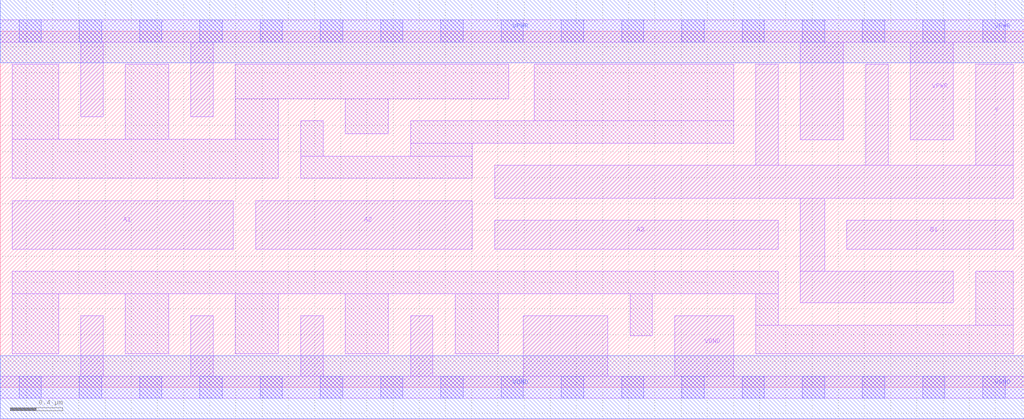
<source format=lef>
# Copyright 2020 The SkyWater PDK Authors
#
# Licensed under the Apache License, Version 2.0 (the "License");
# you may not use this file except in compliance with the License.
# You may obtain a copy of the License at
#
#     https://www.apache.org/licenses/LICENSE-2.0
#
# Unless required by applicable law or agreed to in writing, software
# distributed under the License is distributed on an "AS IS" BASIS,
# WITHOUT WARRANTIES OR CONDITIONS OF ANY KIND, either express or implied.
# See the License for the specific language governing permissions and
# limitations under the License.
#
# SPDX-License-Identifier: Apache-2.0

VERSION 5.7 ;
  NAMESCASESENSITIVE ON ;
  NOWIREEXTENSIONATPIN ON ;
  DIVIDERCHAR "/" ;
  BUSBITCHARS "[]" ;
UNITS
  DATABASE MICRONS 200 ;
END UNITS
MACRO sky130_fd_sc_hd__o31ai_4
  CLASS CORE ;
  SOURCE USER ;
  FOREIGN sky130_fd_sc_hd__o31ai_4 ;
  ORIGIN  0.000000  0.000000 ;
  SIZE  7.820000 BY  2.720000 ;
  SYMMETRY X Y R90 ;
  SITE unithd ;
  PIN A1
    ANTENNAGATEAREA  0.990000 ;
    DIRECTION INPUT ;
    USE SIGNAL ;
    PORT
      LAYER li1 ;
        RECT 0.090000 1.055000 1.780000 1.425000 ;
    END
  END A1
  PIN A2
    ANTENNAGATEAREA  0.990000 ;
    DIRECTION INPUT ;
    USE SIGNAL ;
    PORT
      LAYER li1 ;
        RECT 1.950000 1.055000 3.605000 1.425000 ;
    END
  END A2
  PIN A3
    ANTENNAGATEAREA  0.990000 ;
    DIRECTION INPUT ;
    USE SIGNAL ;
    PORT
      LAYER li1 ;
        RECT 3.775000 1.055000 5.940000 1.275000 ;
    END
  END A3
  PIN B1
    ANTENNAGATEAREA  0.990000 ;
    DIRECTION INPUT ;
    USE SIGNAL ;
    PORT
      LAYER li1 ;
        RECT 6.465000 1.055000 7.735000 1.275000 ;
    END
  END B1
  PIN Y
    ANTENNADIFFAREA  1.683800 ;
    DIRECTION OUTPUT ;
    USE SIGNAL ;
    PORT
      LAYER li1 ;
        RECT 3.775000 1.445000 7.735000 1.695000 ;
        RECT 5.770000 1.695000 5.940000 2.465000 ;
        RECT 6.110000 0.645000 7.280000 0.885000 ;
        RECT 6.110000 0.885000 6.295000 1.445000 ;
        RECT 6.610000 1.695000 6.780000 2.465000 ;
        RECT 7.450000 1.695000 7.735000 2.465000 ;
    END
  END Y
  PIN VGND
    DIRECTION INOUT ;
    SHAPE ABUTMENT ;
    USE GROUND ;
    PORT
      LAYER li1 ;
        RECT 0.000000 -0.085000 7.820000 0.085000 ;
        RECT 0.615000  0.085000 0.785000 0.545000 ;
        RECT 1.455000  0.085000 1.625000 0.545000 ;
        RECT 2.295000  0.085000 2.465000 0.545000 ;
        RECT 3.135000  0.085000 3.305000 0.545000 ;
        RECT 3.995000  0.085000 4.640000 0.545000 ;
        RECT 5.150000  0.085000 5.600000 0.545000 ;
      LAYER mcon ;
        RECT 0.145000 -0.085000 0.315000 0.085000 ;
        RECT 0.605000 -0.085000 0.775000 0.085000 ;
        RECT 1.065000 -0.085000 1.235000 0.085000 ;
        RECT 1.525000 -0.085000 1.695000 0.085000 ;
        RECT 1.985000 -0.085000 2.155000 0.085000 ;
        RECT 2.445000 -0.085000 2.615000 0.085000 ;
        RECT 2.905000 -0.085000 3.075000 0.085000 ;
        RECT 3.365000 -0.085000 3.535000 0.085000 ;
        RECT 3.825000 -0.085000 3.995000 0.085000 ;
        RECT 4.285000 -0.085000 4.455000 0.085000 ;
        RECT 4.745000 -0.085000 4.915000 0.085000 ;
        RECT 5.205000 -0.085000 5.375000 0.085000 ;
        RECT 5.665000 -0.085000 5.835000 0.085000 ;
        RECT 6.125000 -0.085000 6.295000 0.085000 ;
        RECT 6.585000 -0.085000 6.755000 0.085000 ;
        RECT 7.045000 -0.085000 7.215000 0.085000 ;
        RECT 7.505000 -0.085000 7.675000 0.085000 ;
      LAYER met1 ;
        RECT 0.000000 -0.240000 7.820000 0.240000 ;
    END
  END VGND
  PIN VPWR
    DIRECTION INOUT ;
    SHAPE ABUTMENT ;
    USE POWER ;
    PORT
      LAYER li1 ;
        RECT 0.000000 2.635000 7.820000 2.805000 ;
        RECT 0.615000 2.065000 0.785000 2.635000 ;
        RECT 1.455000 2.065000 1.625000 2.635000 ;
        RECT 6.110000 1.890000 6.440000 2.635000 ;
        RECT 6.950000 1.890000 7.280000 2.635000 ;
      LAYER mcon ;
        RECT 0.145000 2.635000 0.315000 2.805000 ;
        RECT 0.605000 2.635000 0.775000 2.805000 ;
        RECT 1.065000 2.635000 1.235000 2.805000 ;
        RECT 1.525000 2.635000 1.695000 2.805000 ;
        RECT 1.985000 2.635000 2.155000 2.805000 ;
        RECT 2.445000 2.635000 2.615000 2.805000 ;
        RECT 2.905000 2.635000 3.075000 2.805000 ;
        RECT 3.365000 2.635000 3.535000 2.805000 ;
        RECT 3.825000 2.635000 3.995000 2.805000 ;
        RECT 4.285000 2.635000 4.455000 2.805000 ;
        RECT 4.745000 2.635000 4.915000 2.805000 ;
        RECT 5.205000 2.635000 5.375000 2.805000 ;
        RECT 5.665000 2.635000 5.835000 2.805000 ;
        RECT 6.125000 2.635000 6.295000 2.805000 ;
        RECT 6.585000 2.635000 6.755000 2.805000 ;
        RECT 7.045000 2.635000 7.215000 2.805000 ;
        RECT 7.505000 2.635000 7.675000 2.805000 ;
      LAYER met1 ;
        RECT 0.000000 2.480000 7.820000 2.960000 ;
    END
  END VPWR
  OBS
    LAYER li1 ;
      RECT 0.090000 0.255000 0.445000 0.715000 ;
      RECT 0.090000 0.715000 5.940000 0.885000 ;
      RECT 0.090000 1.595000 2.125000 1.895000 ;
      RECT 0.090000 1.895000 0.445000 2.465000 ;
      RECT 0.955000 0.255000 1.285000 0.715000 ;
      RECT 0.955000 1.895000 1.285000 2.465000 ;
      RECT 1.795000 0.255000 2.125000 0.715000 ;
      RECT 1.795000 1.895000 2.125000 2.205000 ;
      RECT 1.795000 2.205000 3.885000 2.465000 ;
      RECT 2.295000 1.595000 3.605000 1.765000 ;
      RECT 2.295000 1.765000 2.465000 2.035000 ;
      RECT 2.635000 0.255000 2.965000 0.715000 ;
      RECT 2.635000 1.935000 2.965000 2.205000 ;
      RECT 3.135000 1.765000 3.605000 1.865000 ;
      RECT 3.135000 1.865000 5.600000 2.035000 ;
      RECT 3.475000 0.255000 3.805000 0.715000 ;
      RECT 4.080000 2.035000 5.600000 2.465000 ;
      RECT 4.810000 0.395000 4.980000 0.715000 ;
      RECT 5.770000 0.255000 7.735000 0.475000 ;
      RECT 5.770000 0.475000 5.940000 0.715000 ;
      RECT 7.450000 0.475000 7.735000 0.885000 ;
  END
END sky130_fd_sc_hd__o31ai_4
END LIBRARY

</source>
